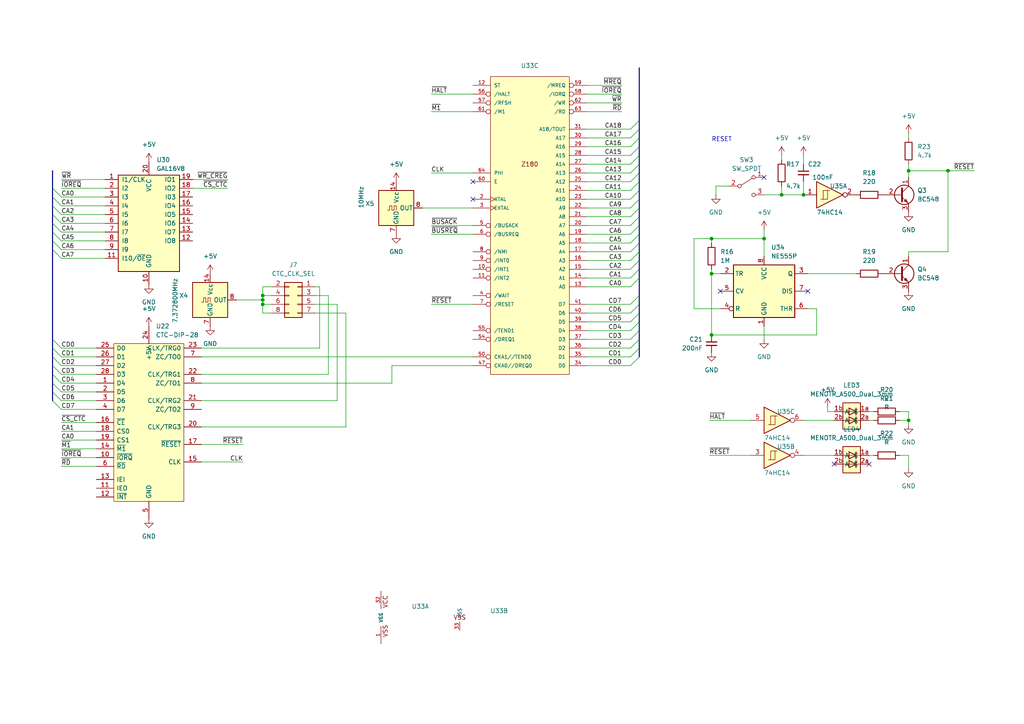
<source format=kicad_sch>
(kicad_sch (version 20230121) (generator eeschema)
  (paper "A4")
  (lib_symbols
    (symbol "74xx:74HC14" (pin_names (offset 1.016))
      (property "Reference" "U" (at 0 1.27 0))
      (property "Value" "74HC14" (at 0 -1.27 0))
      (symbol "74HC14_1_0"
        (pin input line (at -7.62 0 0) (length 3.81) (name "~") (number "1"))
        (pin output inverted (at 7.62 0 180) (length 3.81) (name "~") (number "2"))
      )
      (symbol "74HC14_2_0"
        (pin input line (at -7.62 0 0) (length 3.81) (name "~") (number "3"))
        (pin output inverted (at 7.62 0 180) (length 3.81) (name "~") (number "4"))
      )
      (symbol "74HC14_3_0"
        (pin input line (at -7.62 0 0) (length 3.81) (name "~") (number "5"))
        (pin output inverted (at 7.62 0 180) (length 3.81) (name "~") (number "6"))
      )
      (symbol "74HC14_4_0"
        (pin output inverted (at 7.62 0 180) (length 3.81) (name "~") (number "8"))
        (pin input line (at -7.62 0 0) (length 3.81) (name "~") (number "9"))
      )
      (symbol "74HC14_5_0"
        (pin output inverted (at 7.62 0 180) (length 3.81) (name "~") (number "10"))
        (pin input line (at -7.62 0 0) (length 3.81) (name "~") (number "11"))
      )
      (symbol "74HC14_6_0"
        (pin output inverted (at 7.62 0 180) (length 3.81) (name "~") (number "12"))
        (pin input line (at -7.62 0 0) (length 3.81) (name "~") (number "13"))
      )
      (symbol "74HC14_7_0"
        (pin power_in line (at 0 12.7 270) (length 5.08) (name "VCC") (number "14"))
        (pin power_in line (at 0 -12.7 90) (length 5.08) (name "GND") (number "7"))
      )
    )
    (symbol "Connector_Generic:Conn_02x04_Odd_Even" (pin_names (offset 1.016) hide)
      (property "Reference" "J" (at 1.27 5.08 0))
      (property "Value" "Conn_02x04_Odd_Even" (at 1.27 -7.62 0))
      (symbol "Conn_02x04_Odd_Even_1_1"
        (pin passive line (at -5.08 2.54 0) (length 3.81) (name "Pin_1") (number "1"))
        (pin passive line (at 7.62 2.54 180) (length 3.81) (name "Pin_2") (number "2"))
        (pin passive line (at -5.08 0 0) (length 3.81) (name "Pin_3") (number "3"))
        (pin passive line (at 7.62 0 180) (length 3.81) (name "Pin_4") (number "4"))
        (pin passive line (at -5.08 -2.54 0) (length 3.81) (name "Pin_5") (number "5"))
        (pin passive line (at 7.62 -2.54 180) (length 3.81) (name "Pin_6") (number "6"))
        (pin passive line (at -5.08 -5.08 0) (length 3.81) (name "Pin_7") (number "7"))
        (pin passive line (at 7.62 -5.08 180) (length 3.81) (name "Pin_8") (number "8"))
      )
    )
    (symbol "CustomSymbols:MENOTR_A500_Dual_3mm"
      (property "Reference" "LED?" (at 0 7.62 0))
      (property "Value" "MENOTR_A500_Dual_3mm" (at 0 5.08 0))
      (symbol "MENOTR_A500_Dual_3mm_1_1"
        (pin passive line (at 5.08 1.27 180) (length 2.54) (name "K") (number "1a"))
        (pin passive line (at -5.08 1.27 0) (length 2.54) (name "A") (number "1b"))
        (pin passive line (at 5.08 -1.27 180) (length 2.54) (name "K") (number "2a"))
        (pin passive line (at -5.08 -1.27 0) (length 2.54) (name "A") (number "2b"))
      )
    )
    (symbol "Device:C_Small" (pin_numbers hide) (pin_names (offset 0.254) hide)
      (property "Reference" "C" (at 0.254 1.778 0))
      (property "Value" "C_Small" (at 0.254 -2.032 0))
      (symbol "C_Small_1_1"
        (pin passive line (at 0 2.54 270) (length 2.032) (name "~") (number "1"))
        (pin passive line (at 0 -2.54 90) (length 2.032) (name "~") (number "2"))
      )
    )
    (symbol "Device:R" (pin_numbers hide) (pin_names (offset 0))
      (property "Reference" "R" (at 2.032 0 90))
      (property "Value" "R" (at 0 0 90))
      (symbol "R_1_1"
        (pin passive line (at 0 3.81 270) (length 1.27) (name "~") (number "1"))
        (pin passive line (at 0 -3.81 90) (length 1.27) (name "~") (number "2"))
      )
    )
    (symbol "Logic_Programmable:GAL16V8" (pin_names (offset 1.016))
      (property "Reference" "U" (at -8.89 16.51 0))
      (property "Value" "GAL16V8" (at 1.27 16.51 0))
      (symbol "GAL16V8_0_0"
        (pin power_in line (at 0 -17.78 90) (length 3.81) (name "GND") (number "10"))
        (pin power_in line (at 0 17.78 270) (length 3.81) (name "VCC") (number "20"))
      )
      (symbol "GAL16V8_1_1"
        (pin input line (at -12.7 12.7 0) (length 3.81) (name "I1/CLK") (number "1"))
        (pin input line (at -12.7 -10.16 0) (length 3.81) (name "I10/~{OE}") (number "11"))
        (pin tri_state line (at 12.7 -5.08 180) (length 3.81) (name "IO8") (number "12"))
        (pin tri_state line (at 12.7 -2.54 180) (length 3.81) (name "IO7") (number "13"))
        (pin tri_state line (at 12.7 0 180) (length 3.81) (name "IO6") (number "14"))
        (pin tri_state line (at 12.7 2.54 180) (length 3.81) (name "IO5") (number "15"))
        (pin tri_state line (at 12.7 5.08 180) (length 3.81) (name "IO4") (number "16"))
        (pin tri_state line (at 12.7 7.62 180) (length 3.81) (name "I03") (number "17"))
        (pin tri_state line (at 12.7 10.16 180) (length 3.81) (name "IO2") (number "18"))
        (pin tri_state line (at 12.7 12.7 180) (length 3.81) (name "IO1") (number "19"))
        (pin input line (at -12.7 10.16 0) (length 3.81) (name "I2") (number "2"))
        (pin input line (at -12.7 7.62 0) (length 3.81) (name "I3") (number "3"))
        (pin input line (at -12.7 5.08 0) (length 3.81) (name "I4") (number "4"))
        (pin input line (at -12.7 2.54 0) (length 3.81) (name "I5") (number "5"))
        (pin input line (at -12.7 0 0) (length 3.81) (name "I6") (number "6"))
        (pin input line (at -12.7 -2.54 0) (length 3.81) (name "I7") (number "7"))
        (pin input line (at -12.7 -5.08 0) (length 3.81) (name "I8") (number "8"))
        (pin input line (at -12.7 -7.62 0) (length 3.81) (name "I9") (number "9"))
      )
    )
    (symbol "Oscillator:ACO-xxxMHz" (pin_names (offset 0.254))
      (property "Reference" "X" (at -5.08 6.35 0))
      (property "Value" "ACO-xxxMHz" (at 1.27 -6.35 0))
      (symbol "ACO-xxxMHz_1_1"
        (pin no_connect line (at -7.62 0 0) (length 2.54) hide (name "NC") (number "1"))
        (pin power_in line (at 0 7.62 270) (length 2.54) (name "Vcc") (number "14"))
        (pin power_in line (at 0 -7.62 90) (length 2.54) (name "GND") (number "7"))
        (pin output line (at 7.62 0 180) (length 2.54) (name "OUT") (number "8"))
      )
    )
    (symbol "Switch:SW_SPDT" (pin_names (offset 0) hide)
      (property "Reference" "SW" (at 0 4.318 0))
      (property "Value" "SW_SPDT" (at 0 -5.08 0))
      (symbol "SW_SPDT_1_1"
        (pin passive line (at 5.08 2.54 180) (length 2.54) (name "A") (number "1"))
        (pin passive line (at -5.08 0 0) (length 2.54) (name "B") (number "2"))
        (pin passive line (at 5.08 -2.54 180) (length 2.54) (name "C") (number "3"))
      )
    )
    (symbol "Timer:NE555P"
      (property "Reference" "U" (at -10.16 8.89 0))
      (property "Value" "NE555P" (at 2.54 8.89 0))
      (symbol "NE555P_0_0"
        (pin power_in line (at 0 -10.16 90) (length 2.54) (name "GND") (number "1"))
        (pin power_in line (at 0 10.16 270) (length 2.54) (name "VCC") (number "8"))
      )
      (symbol "NE555P_1_1"
        (pin input line (at -12.7 5.08 0) (length 3.81) (name "TR") (number "2"))
        (pin output line (at 12.7 5.08 180) (length 3.81) (name "Q") (number "3"))
        (pin input inverted (at -12.7 -5.08 0) (length 3.81) (name "R") (number "4"))
        (pin input line (at -12.7 0 0) (length 3.81) (name "CV") (number "5"))
        (pin input line (at 12.7 -5.08 180) (length 3.81) (name "THR") (number "6"))
        (pin input line (at 12.7 0 180) (length 3.81) (name "DIS") (number "7"))
      )
    )
    (symbol "Transistor_BJT:BC548" (pin_names (offset 0) hide)
      (property "Reference" "Q" (at 5.08 1.905 0))
      (property "Value" "BC548" (at 5.08 0 0))
      (symbol "BC548_1_1"
        (pin passive line (at 2.54 5.08 270) (length 2.54) (name "C") (number "1"))
        (pin input line (at -5.08 0 0) (length 5.08) (name "B") (number "2"))
        (pin passive line (at 2.54 -5.08 90) (length 2.54) (name "E") (number "3"))
      )
    )
    (symbol "Z180_1" (pin_names (offset 1.016))
      (property "Reference" "U33" (at 11.43 3.175 0))
      (symbol "Z180_1_1_0"
        (text "VCC" (at 1.27 4.572 1) (effects (font (size 1.27 1.27))))
        (text "VSS" (at 1.27 -3.937 1) (effects (font (size 1.27 1.27))))
      )
      (symbol "Z180_1_1_1"
        (pin power_in line (at 0 -7.62 90) (length 5.08) (name "VSS") (number "1"))
        (pin power_in line (at 0 7.62 270) (length 5.08) (name "VCC") (number "32"))
      )
      (symbol "Z180_1_2_0"
        (text "VSS" (at 0 1.27 0) (effects (font (size 1.27 1.27))))
      )
      (symbol "Z180_1_2_1"
        (pin power_in line (at 0 -2.54 90) (length 2.54) (name "VSS") (number "33"))
      )
      (symbol "Z180_1_3_0"
        (text "Z180" (at 11.43 -25.4 0) (effects (font (size 1.27 1.27))))
      )
      (symbol "Z180_1_3_1"
        (pin input inverted (at -5.08 -55.88 0) (length 5.08) (name "/INT1") (number "10"))
        (pin input inverted (at -5.08 -58.42 0) (length 5.08) (name "/INT2") (number "11"))
        (pin output line (at -5.08 -2.54 0) (length 5.08) (name "ST") (number "12"))
        (pin output line (at 27.94 -60.96 180) (length 5.08) (name "A0") (number "13"))
        (pin output line (at 27.94 -58.42 180) (length 5.08) (name "A1") (number "14"))
        (pin output line (at 27.94 -55.88 180) (length 5.08) (name "A2") (number "15"))
        (pin output line (at 27.94 -53.34 180) (length 5.08) (name "A3") (number "16"))
        (pin output line (at 27.94 -50.8 180) (length 5.08) (name "A4") (number "17"))
        (pin output line (at 27.94 -48.26 180) (length 5.08) (name "A5") (number "18"))
        (pin output line (at 27.94 -45.72 180) (length 5.08) (name "A6") (number "19"))
        (pin input clock (at -5.08 -35.56 0) (length 5.08) (name "XTAL") (number "2"))
        (pin output line (at 27.94 -43.18 180) (length 5.08) (name "A7") (number "20"))
        (pin output line (at 27.94 -40.64 180) (length 5.08) (name "A8") (number "21"))
        (pin output line (at 27.94 -38.1 180) (length 5.08) (name "A9") (number "22"))
        (pin output line (at 27.94 -35.56 180) (length 5.08) (name "A10") (number "23"))
        (pin output line (at 27.94 -33.02 180) (length 5.08) (name "A11") (number "24"))
        (pin output line (at 27.94 -30.48 180) (length 5.08) (name "A12") (number "25"))
        (pin output line (at 27.94 -27.94 180) (length 5.08) (name "A13") (number "26"))
        (pin output line (at 27.94 -25.4 180) (length 5.08) (name "A14") (number "27"))
        (pin output line (at 27.94 -22.86 180) (length 5.08) (name "A15") (number "28"))
        (pin output line (at 27.94 -20.32 180) (length 5.08) (name "A16") (number "29"))
        (pin input clock (at -5.08 -38.1 0) (length 5.08) (name "EXTAL") (number "3"))
        (pin output line (at 27.94 -17.78 180) (length 5.08) (name "A17") (number "30"))
        (pin output line (at 27.94 -15.24 180) (length 5.08) (name "A18/TOUT") (number "31"))
        (pin bidirectional line (at 27.94 -83.82 180) (length 5.08) (name "D0") (number "34"))
        (pin bidirectional line (at 27.94 -81.28 180) (length 5.08) (name "D1") (number "35"))
        (pin bidirectional line (at 27.94 -78.74 180) (length 5.08) (name "D2") (number "36"))
        (pin bidirectional line (at 27.94 -76.2 180) (length 5.08) (name "D3") (number "37"))
        (pin bidirectional line (at 27.94 -73.66 180) (length 5.08) (name "D4") (number "38"))
        (pin bidirectional line (at 27.94 -71.12 180) (length 5.08) (name "D5") (number "39"))
        (pin input inverted (at -5.08 -63.5 0) (length 5.08) (name "/WAIT") (number "4"))
        (pin bidirectional line (at 27.94 -68.58 180) (length 5.08) (name "D6") (number "40"))
        (pin bidirectional line (at 27.94 -66.04 180) (length 5.08) (name "D7") (number "41"))
        (pin bidirectional inverted (at -5.08 -83.82 0) (length 5.08) (name "CKA0//DREQ0") (number "47"))
        (pin output inverted (at -5.08 -43.18 0) (length 5.08) (name "/BUSACK") (number "5"))
        (pin bidirectional inverted (at -5.08 -81.28 0) (length 5.08) (name "CKA1//TEND0") (number "50"))
        (pin input inverted (at -5.08 -76.2 0) (length 5.08) (name "/DREQ1") (number "54"))
        (pin output inverted (at -5.08 -73.66 0) (length 5.08) (name "/TEND1") (number "55"))
        (pin output inverted (at -5.08 -5.08 0) (length 5.08) (name "/HALT") (number "56"))
        (pin output inverted (at -5.08 -7.62 0) (length 5.08) (name "/RFSH") (number "57"))
        (pin output inverted (at 27.94 -5.08 180) (length 5.08) (name "/IORQ") (number "58"))
        (pin output inverted (at 27.94 -2.54 180) (length 5.08) (name "/MREQ") (number "59"))
        (pin input inverted (at -5.08 -45.72 0) (length 5.08) (name "/BUSREQ") (number "6"))
        (pin output line (at -5.08 -30.48 0) (length 5.08) (name "E") (number "60"))
        (pin output inverted (at -5.08 -10.16 0) (length 5.08) (name "/M1") (number "61"))
        (pin output inverted (at 27.94 -7.62 180) (length 5.08) (name "/WR") (number "62"))
        (pin output inverted (at 27.94 -10.16 180) (length 5.08) (name "/RD") (number "63"))
        (pin output line (at -5.08 -27.94 0) (length 5.08) (name "PHI") (number "64"))
        (pin input inverted (at -5.08 -66.04 0) (length 5.08) (name "/RESET") (number "7"))
        (pin input inverted (at -5.08 -50.8 0) (length 5.08) (name "/NMI") (number "8"))
        (pin input inverted (at -5.08 -53.34 0) (length 5.08) (name "/INT0") (number "9"))
      )
      (symbol "Z180_1_4_1"
        (pin output inverted (at 20.32 -5.08 180) (length 5.08) (name "/RTS0") (number "42"))
        (pin input inverted (at 20.32 -7.62 180) (length 5.08) (name "/CTS0") (number "43"))
        (pin input inverted (at 20.32 -2.54 180) (length 5.08) (name "/DCD0") (number "44"))
        (pin output line (at 20.32 -12.7 180) (length 5.08) (name "TXA0") (number "45"))
        (pin input line (at 20.32 -10.16 180) (length 5.08) (name "RXA0") (number "46"))
        (pin output line (at 20.32 -20.32 180) (length 5.08) (name "TXA1") (number "48"))
        (pin input line (at 20.32 -17.78 180) (length 5.08) (name "RXA1") (number "49"))
        (pin output line (at 20.32 -27.94 180) (length 5.08) (name "TXS") (number "51"))
        (pin input line (at 20.32 -30.48 180) (length 5.08) (name "RXS/CTS1") (number "52"))
        (pin output line (at 20.32 -25.4 180) (length 5.08) (name "CKS") (number "53"))
      )
    )
    (symbol "Z180_3" (pin_names (offset 1.016))
      (property "Reference" "U33" (at 11.43 3.175 0))
      (symbol "Z180_3_1_0"
        (text "VCC" (at 1.27 4.572 1) (effects (font (size 1.27 1.27))))
        (text "VSS" (at 1.27 -3.937 1) (effects (font (size 1.27 1.27))))
      )
      (symbol "Z180_3_1_1"
        (pin power_in line (at 0 -7.62 90) (length 5.08) (name "VSS") (number "1"))
        (pin power_in line (at 0 7.62 270) (length 5.08) (name "VCC") (number "32"))
      )
      (symbol "Z180_3_2_0"
        (text "VSS" (at 0 1.27 0) (effects (font (size 1.27 1.27))))
      )
      (symbol "Z180_3_2_1"
        (pin power_in line (at 0 -2.54 90) (length 2.54) (name "VSS") (number "33"))
      )
      (symbol "Z180_3_3_0"
        (text "Z180" (at 11.43 -25.4 0) (effects (font (size 1.27 1.27))))
      )
      (symbol "Z180_3_3_1"
        (pin input inverted (at -5.08 -55.88 0) (length 5.08) (name "/INT1") (number "10"))
        (pin input inverted (at -5.08 -58.42 0) (length 5.08) (name "/INT2") (number "11"))
        (pin output line (at -5.08 -2.54 0) (length 5.08) (name "ST") (number "12"))
        (pin output line (at 27.94 -60.96 180) (length 5.08) (name "A0") (number "13"))
        (pin output line (at 27.94 -58.42 180) (length 5.08) (name "A1") (number "14"))
        (pin output line (at 27.94 -55.88 180) (length 5.08) (name "A2") (number "15"))
        (pin output line (at 27.94 -53.34 180) (length 5.08) (name "A3") (number "16"))
        (pin output line (at 27.94 -50.8 180) (length 5.08) (name "A4") (number "17"))
        (pin output line (at 27.94 -48.26 180) (length 5.08) (name "A5") (number "18"))
        (pin output line (at 27.94 -45.72 180) (length 5.08) (name "A6") (number "19"))
        (pin input clock (at -5.08 -35.56 0) (length 5.08) (name "XTAL") (number "2"))
        (pin output line (at 27.94 -43.18 180) (length 5.08) (name "A7") (number "20"))
        (pin output line (at 27.94 -40.64 180) (length 5.08) (name "A8") (number "21"))
        (pin output line (at 27.94 -38.1 180) (length 5.08) (name "A9") (number "22"))
        (pin output line (at 27.94 -35.56 180) (length 5.08) (name "A10") (number "23"))
        (pin output line (at 27.94 -33.02 180) (length 5.08) (name "A11") (number "24"))
        (pin output line (at 27.94 -30.48 180) (length 5.08) (name "A12") (number "25"))
        (pin output line (at 27.94 -27.94 180) (length 5.08) (name "A13") (number "26"))
        (pin output line (at 27.94 -25.4 180) (length 5.08) (name "A14") (number "27"))
        (pin output line (at 27.94 -22.86 180) (length 5.08) (name "A15") (number "28"))
        (pin output line (at 27.94 -20.32 180) (length 5.08) (name "A16") (number "29"))
        (pin input clock (at -5.08 -38.1 0) (length 5.08) (name "EXTAL") (number "3"))
        (pin output line (at 27.94 -17.78 180) (length 5.08) (name "A17") (number "30"))
        (pin output line (at 27.94 -15.24 180) (length 5.08) (name "A18/TOUT") (number "31"))
        (pin bidirectional line (at 27.94 -83.82 180) (length 5.08) (name "D0") (number "34"))
        (pin bidirectional line (at 27.94 -81.28 180) (length 5.08) (name "D1") (number "35"))
        (pin bidirectional line (at 27.94 -78.74 180) (length 5.08) (name "D2") (number "36"))
        (pin bidirectional line (at 27.94 -76.2 180) (length 5.08) (name "D3") (number "37"))
        (pin bidirectional line (at 27.94 -73.66 180) (length 5.08) (name "D4") (number "38"))
        (pin bidirectional line (at 27.94 -71.12 180) (length 5.08) (name "D5") (number "39"))
        (pin input inverted (at -5.08 -63.5 0) (length 5.08) (name "/WAIT") (number "4"))
        (pin bidirectional line (at 27.94 -68.58 180) (length 5.08) (name "D6") (number "40"))
        (pin bidirectional line (at 27.94 -66.04 180) (length 5.08) (name "D7") (number "41"))
        (pin bidirectional inverted (at -5.08 -83.82 0) (length 5.08) (name "CKA0//DREQ0") (number "47"))
        (pin output inverted (at -5.08 -43.18 0) (length 5.08) (name "/BUSACK") (number "5"))
        (pin bidirectional inverted (at -5.08 -81.28 0) (length 5.08) (name "CKA1//TEND0") (number "50"))
        (pin input inverted (at -5.08 -76.2 0) (length 5.08) (name "/DREQ1") (number "54"))
        (pin output inverted (at -5.08 -73.66 0) (length 5.08) (name "/TEND1") (number "55"))
        (pin output inverted (at -5.08 -5.08 0) (length 5.08) (name "/HALT") (number "56"))
        (pin output inverted (at -5.08 -7.62 0) (length 5.08) (name "/RFSH") (number "57"))
        (pin output inverted (at 27.94 -5.08 180) (length 5.08) (name "/IORQ") (number "58"))
        (pin output inverted (at 27.94 -2.54 180) (length 5.08) (name "/MREQ") (number "59"))
        (pin input inverted (at -5.08 -45.72 0) (length 5.08) (name "/BUSREQ") (number "6"))
        (pin output line (at -5.08 -30.48 0) (length 5.08) (name "E") (number "60"))
        (pin output inverted (at -5.08 -10.16 0) (length 5.08) (name "/M1") (number "61"))
        (pin output inverted (at 27.94 -7.62 180) (length 5.08) (name "/WR") (number "62"))
        (pin output inverted (at 27.94 -10.16 180) (length 5.08) (name "/RD") (number "63"))
        (pin output line (at -5.08 -27.94 0) (length 5.08) (name "PHI") (number "64"))
        (pin input inverted (at -5.08 -66.04 0) (length 5.08) (name "/RESET") (number "7"))
        (pin input inverted (at -5.08 -50.8 0) (length 5.08) (name "/NMI") (number "8"))
        (pin input inverted (at -5.08 -53.34 0) (length 5.08) (name "/INT0") (number "9"))
      )
      (symbol "Z180_3_4_1"
        (pin output inverted (at 20.32 -5.08 180) (length 5.08) (name "/RTS0") (number "42"))
        (pin input inverted (at 20.32 -7.62 180) (length 5.08) (name "/CTS0") (number "43"))
        (pin input inverted (at 20.32 -2.54 180) (length 5.08) (name "/DCD0") (number "44"))
        (pin output line (at 20.32 -12.7 180) (length 5.08) (name "TXA0") (number "45"))
        (pin input line (at 20.32 -10.16 180) (length 5.08) (name "RXA0") (number "46"))
        (pin output line (at 20.32 -20.32 180) (length 5.08) (name "TXA1") (number "48"))
        (pin input line (at 20.32 -17.78 180) (length 5.08) (name "RXA1") (number "49"))
        (pin output line (at 20.32 -27.94 180) (length 5.08) (name "TXS") (number "51"))
        (pin input line (at 20.32 -30.48 180) (length 5.08) (name "RXS/CTS1") (number "52"))
        (pin output line (at 20.32 -25.4 180) (length 5.08) (name "CKS") (number "53"))
      )
    )
    (symbol "Zilog_Z80_Peripherals:CTC-DIP-28" (pin_names (offset 0.762))
      (property "Reference" "IC" (at 0 2.54 0))
      (property "Value" "CTC-DIP-28" (at 12.7 1.27 0))
      (symbol "CTC-DIP-28_0_0"
        (pin bidirectional line (at -5.08 -11.43 0) (length 5.08) (name "D4") (number "1"))
        (pin input line (at -5.08 -33.02 0) (length 5.08) (name "~{IORQ}") (number "10"))
        (pin output line (at -5.08 -41.91 0) (length 5.08) (name "IEO") (number "11"))
        (pin open_collector line (at -5.08 -44.45 0) (length 5.08) (name "~{INT}") (number "12"))
        (pin input line (at -5.08 -39.37 0) (length 5.08) (name "IEI") (number "13"))
        (pin input line (at -5.08 -30.48 0) (length 5.08) (name "~{M1}") (number "14"))
        (pin input line (at 25.4 -34.29 180) (length 5.08) (name "CLK") (number "15"))
        (pin input line (at -5.08 -22.86 0) (length 5.08) (name "~{CE}") (number "16"))
        (pin input line (at 25.4 -29.21 180) (length 5.08) (name "~{RESET}") (number "17"))
        (pin input line (at -5.08 -25.4 0) (length 5.08) (name "CS0") (number "18"))
        (pin input line (at -5.08 -27.94 0) (length 5.08) (name "CS1") (number "19"))
        (pin bidirectional line (at -5.08 -13.97 0) (length 5.08) (name "D5") (number "2"))
        (pin input line (at 25.4 -24.13 180) (length 5.08) (name "CLK/TRG3") (number "20"))
        (pin input line (at 25.4 -16.51 180) (length 5.08) (name "CLK/TRG2") (number "21"))
        (pin input line (at 25.4 -8.89 180) (length 5.08) (name "CLK/TRG1") (number "22"))
        (pin input line (at 25.4 -1.27 180) (length 5.08) (name "CLK/TRG0") (number "23"))
        (pin power_in line (at 10.16 5.08 270) (length 5.08) (name "+5V") (number "24"))
        (pin bidirectional line (at -5.08 -1.27 0) (length 5.08) (name "D0") (number "25"))
        (pin bidirectional line (at -5.08 -3.81 0) (length 5.08) (name "D1") (number "26"))
        (pin bidirectional line (at -5.08 -6.35 0) (length 5.08) (name "D2") (number "27"))
        (pin bidirectional line (at -5.08 -8.89 0) (length 5.08) (name "D3") (number "28"))
        (pin bidirectional line (at -5.08 -16.51 0) (length 5.08) (name "D6") (number "3"))
        (pin bidirectional line (at -5.08 -19.05 0) (length 5.08) (name "D7") (number "4"))
        (pin power_in line (at 10.16 -50.8 90) (length 5.08) (name "GND") (number "5"))
        (pin input line (at -5.08 -35.56 0) (length 5.08) (name "~{RD}") (number "6"))
        (pin output line (at 25.4 -3.81 180) (length 5.08) (name "ZC/TO0") (number "7"))
        (pin output line (at 25.4 -11.43 180) (length 5.08) (name "ZC/TO1") (number "8"))
        (pin output line (at 25.4 -19.05 180) (length 5.08) (name "ZC/TO2") (number "9"))
      )
    )
    (symbol "oldchips:Z180" (pin_names (offset 1.016))
      (property "Reference" "U33" (at 11.43 3.175 0))
      (symbol "Z180_1_0"
        (text "VCC" (at 1.27 4.572 1) (effects (font (size 1.27 1.27))))
        (text "VSS" (at 1.27 -3.937 1) (effects (font (size 1.27 1.27))))
      )
      (symbol "Z180_1_1"
        (pin power_in line (at 0 -7.62 90) (length 5.08) (name "VSS") (number "1"))
        (pin power_in line (at 0 7.62 270) (length 5.08) (name "VCC") (number "32"))
      )
      (symbol "Z180_2_0"
        (text "VSS" (at 0 1.27 0) (effects (font (size 1.27 1.27))))
      )
      (symbol "Z180_2_1"
        (pin power_in line (at 0 -2.54 90) (length 2.54) (name "VSS") (number "33"))
      )
      (symbol "Z180_3_0"
        (text "Z180" (at 11.43 -25.4 0) (effects (font (size 1.27 1.27))))
      )
      (symbol "Z180_3_1"
        (pin input inverted (at -5.08 -55.88 0) (length 5.08) (name "/INT1") (number "10"))
        (pin input inverted (at -5.08 -58.42 0) (length 5.08) (name "/INT2") (number "11"))
        (pin output line (at -5.08 -2.54 0) (length 5.08) (name "ST") (number "12"))
        (pin output line (at 27.94 -60.96 180) (length 5.08) (name "A0") (number "13"))
        (pin output line (at 27.94 -58.42 180) (length 5.08) (name "A1") (number "14"))
        (pin output line (at 27.94 -55.88 180) (length 5.08) (name "A2") (number "15"))
        (pin output line (at 27.94 -53.34 180) (length 5.08) (name "A3") (number "16"))
        (pin output line (at 27.94 -50.8 180) (length 5.08) (name "A4") (number "17"))
        (pin output line (at 27.94 -48.26 180) (length 5.08) (name "A5") (number "18"))
        (pin output line (at 27.94 -45.72 180) (length 5.08) (name "A6") (number "19"))
        (pin input clock (at -5.08 -35.56 0) (length 5.08) (name "XTAL") (number "2"))
        (pin output line (at 27.94 -43.18 180) (length 5.08) (name "A7") (number "20"))
        (pin output line (at 27.94 -40.64 180) (length 5.08) (name "A8") (number "21"))
        (pin output line (at 27.94 -38.1 180) (length 5.08) (name "A9") (number "22"))
        (pin output line (at 27.94 -35.56 180) (length 5.08) (name "A10") (number "23"))
        (pin output line (at 27.94 -33.02 180) (length 5.08) (name "A11") (number "24"))
        (pin output line (at 27.94 -30.48 180) (length 5.08) (name "A12") (number "25"))
        (pin output line (at 27.94 -27.94 180) (length 5.08) (name "A13") (number "26"))
        (pin output line (at 27.94 -25.4 180) (length 5.08) (name "A14") (number "27"))
        (pin output line (at 27.94 -22.86 180) (length 5.08) (name "A15") (number "28"))
        (pin output line (at 27.94 -20.32 180) (length 5.08) (name "A16") (number "29"))
        (pin input clock (at -5.08 -38.1 0) (length 5.08) (name "EXTAL") (number "3"))
        (pin output line (at 27.94 -17.78 180) (length 5.08) (name "A17") (number "30"))
        (pin output line (at 27.94 -15.24 180) (length 5.08) (name "A18/TOUT") (number "31"))
        (pin bidirectional line (at 27.94 -83.82 180) (length 5.08) (name "D0") (number "34"))
        (pin bidirectional line (at 27.94 -81.28 180) (length 5.08) (name "D1") (number "35"))
        (pin bidirectional line (at 27.94 -78.74 180) (length 5.08) (name "D2") (number "36"))
        (pin bidirectional line (at 27.94 -76.2 180) (length 5.08) (name "D3") (number "37"))
        (pin bidirectional line (at 27.94 -73.66 180) (length 5.08) (name "D4") (number "38"))
        (pin bidirectional line (at 27.94 -71.12 180) (length 5.08) (name "D5") (number "39"))
        (pin input inverted (at -5.08 -63.5 0) (length 5.08) (name "/WAIT") (number "4"))
        (pin bidirectional line (at 27.94 -68.58 180) (length 5.08) (name "D6") (number "40"))
        (pin bidirectional line (at 27.94 -66.04 180) (length 5.08) (name "D7") (number "41"))
        (pin bidirectional inverted (at -5.08 -83.82 0) (length 5.08) (name "CKA0//DREQ0") (number "47"))
        (pin output inverted (at -5.08 -43.18 0) (length 5.08) (name "/BUSACK") (number "5"))
        (pin bidirectional inverted (at -5.08 -81.28 0) (length 5.08) (name "CKA1//TEND0") (number "50"))
        (pin input inverted (at -5.08 -76.2 0) (length 5.08) (name "/DREQ1") (number "54"))
        (pin output inverted (at -5.08 -73.66 0) (length 5.08) (name "/TEND1") (number "55"))
        (pin output inverted (at -5.08 -5.08 0) (length 5.08) (name "/HALT") (number "56"))
        (pin output inverted (at -5.08 -7.62 0) (length 5.08) (name "/RFSH") (number "57"))
        (pin output inverted (at 27.94 -5.08 180) (length 5.08) (name "/IORQ") (number "58"))
        (pin output inverted (at 27.94 -2.54 180) (length 5.08) (name "/MREQ") (number "59"))
        (pin input inverted (at -5.08 -45.72 0) (length 5.08) (name "/BUSREQ") (number "6"))
        (pin output line (at -5.08 -30.48 0) (length 5.08) (name "E") (number "60"))
        (pin output inverted (at -5.08 -10.16 0) (length 5.08) (name "/M1") (number "61"))
        (pin output inverted (at 27.94 -7.62 180) (length 5.08) (name "/WR") (number "62"))
        (pin output inverted (at 27.94 -10.16 180) (length 5.08) (name "/RD") (number "63"))
        (pin output line (at -5.08 -27.94 0) (length 5.08) (name "PHI") (number "64"))
        (pin input inverted (at -5.08 -66.04 0) (length 5.08) (name "/RESET") (number "7"))
        (pin input inverted (at -5.08 -50.8 0) (length 5.08) (name "/NMI") (number "8"))
        (pin input inverted (at -5.08 -53.34 0) (length 5.08) (name "/INT0") (number "9"))
      )
      (symbol "Z180_4_1"
        (pin output inverted (at 20.32 -5.08 180) (length 5.08) (name "/RTS0") (number "42"))
        (pin input inverted (at 20.32 -7.62 180) (length 5.08) (name "/CTS0") (number "43"))
        (pin input inverted (at 20.32 -2.54 180) (length 5.08) (name "/DCD0") (number "44"))
        (pin output line (at 20.32 -12.7 180) (length 5.08) (name "TXA0") (number "45"))
        (pin input line (at 20.32 -10.16 180) (length 5.08) (name "RXA0") (number "46"))
        (pin output line (at 20.32 -20.32 180) (length 5.08) (name "TXA1") (number "48"))
        (pin input line (at 20.32 -17.78 180) (length 5.08) (name "RXA1") (number "49"))
        (pin output line (at 20.32 -27.94 180) (length 5.08) (name "TXS") (number "51"))
        (pin input line (at 20.32 -30.48 180) (length 5.08) (name "RXS/CTS1") (number "52"))
        (pin output line (at 20.32 -25.4 180) (length 5.08) (name "CKS") (number "53"))
      )
    )
    (symbol "power:+5V" (power) (pin_names (offset 0))
      (property "Value" "+5V" (at 0 3.556 0))
      (symbol "+5V_1_1"
        (pin power_in line (at 0 0 90) (length 0) hide (name "+5V") (number "1"))
      )
    )
    (symbol "power:GND" (power) (pin_names (offset 0))
      (property "Value" "GND" (at 0 -3.81 0))
      (symbol "GND_1_1"
        (pin power_in line (at 0 0 270) (length 0) hide (name "GND") (number "1"))
      )
    )
  )
  (junction (at 263.525 121.92))
  (junction (at 221.615 69.215))
  (junction (at 263.525 49.53))
  (junction (at 206.375 69.215))
  (junction (at 206.375 97.155))
  (junction (at 274.955 49.53))
  (junction (at 76.2 86.995))
  (junction (at 206.375 79.375))
  (junction (at 76.2 85.725))
  (junction (at 233.045 56.515))
  (junction (at 226.695 56.515))
  (junction (at 76.2 88.265))
  (no_connect (at 208.915 84.455))
  (no_connect (at 252.095 134.62))
  (no_connect (at 221.615 51.435))
  (no_connect (at 137.16 57.785))
  (no_connect (at 234.315 84.455))
  (no_connect (at 241.935 134.62))
  (no_connect (at 137.16 52.705))
  (bus_entry (at 182.88 75.565) (size 2.54 -2.54))
  (bus_entry (at 182.88 70.485) (size 2.54 -2.54))
  (bus_entry (at 182.88 98.425) (size 2.54 -2.54))
  (bus_entry (at 182.88 80.645) (size 2.54 -2.54))
  (bus_entry (at 17.78 69.85) (size -2.54 -2.54))
  (bus_entry (at 182.88 106.045) (size 2.54 -2.54))
  (bus_entry (at 182.88 93.345) (size 2.54 -2.54))
  (bus_entry (at 182.88 42.545) (size 2.54 -2.54))
  (bus_entry (at 182.88 55.245) (size 2.54 -2.54))
  (bus_entry (at 17.78 100.965) (size -2.54 -2.54))
  (bus_entry (at 182.88 47.625) (size 2.54 -2.54))
  (bus_entry (at 17.78 72.39) (size -2.54 -2.54))
  (bus_entry (at 182.88 78.105) (size 2.54 -2.54))
  (bus_entry (at 182.88 50.165) (size 2.54 -2.54))
  (bus_entry (at 17.78 74.93) (size -2.54 -2.54))
  (bus_entry (at 17.78 64.77) (size -2.54 -2.54))
  (bus_entry (at 17.78 113.665) (size -2.54 -2.54))
  (bus_entry (at 182.88 83.185) (size 2.54 -2.54))
  (bus_entry (at 182.88 73.025) (size 2.54 -2.54))
  (bus_entry (at 17.78 67.31) (size -2.54 -2.54))
  (bus_entry (at 182.88 95.885) (size 2.54 -2.54))
  (bus_entry (at 182.88 45.085) (size 2.54 -2.54))
  (bus_entry (at 17.78 118.745) (size -2.54 -2.54))
  (bus_entry (at 182.88 90.805) (size 2.54 -2.54))
  (bus_entry (at 17.78 116.205) (size -2.54 -2.54))
  (bus_entry (at 182.88 40.005) (size 2.54 -2.54))
  (bus_entry (at 17.78 103.505) (size -2.54 -2.54))
  (bus_entry (at 182.88 88.265) (size 2.54 -2.54))
  (bus_entry (at 182.88 62.865) (size 2.54 -2.54))
  (bus_entry (at 182.88 52.705) (size 2.54 -2.54))
  (bus_entry (at 182.88 100.965) (size 2.54 -2.54))
  (bus_entry (at 17.78 57.15) (size -2.54 -2.54))
  (bus_entry (at 182.88 37.465) (size 2.54 -2.54))
  (bus_entry (at 17.78 62.23) (size -2.54 -2.54))
  (bus_entry (at 182.88 57.785) (size 2.54 -2.54))
  (bus_entry (at 182.88 67.945) (size 2.54 -2.54))
  (bus_entry (at 17.78 108.585) (size -2.54 -2.54))
  (bus_entry (at 17.78 106.045) (size -2.54 -2.54))
  (bus_entry (at 182.88 65.405) (size 2.54 -2.54))
  (bus_entry (at 182.88 60.325) (size 2.54 -2.54))
  (bus_entry (at 17.78 111.125) (size -2.54 -2.54))
  (bus_entry (at 17.78 59.69) (size -2.54 -2.54))
  (bus_entry (at 182.88 103.505) (size 2.54 -2.54))
  (wire (pts (xy 240.03 118.11) (xy 240.03 119.38)))
  (wire (pts (xy 252.095 132.08) (xy 253.365 132.08)))
  (bus (pts (xy 185.42 62.865) (xy 185.42 65.405)))
  (wire (pts (xy 17.78 113.665) (xy 27.94 113.665)))
  (bus (pts (xy 185.42 52.705) (xy 185.42 55.245)))
  (wire (pts (xy 263.525 47.625) (xy 263.525 49.53)))
  (wire (pts (xy 125.095 32.385) (xy 137.16 32.385)))
  (wire (pts (xy 207.645 53.975) (xy 211.455 53.975)))
  (bus (pts (xy 15.24 113.665) (xy 15.24 116.205)))
  (wire (pts (xy 78.74 88.265) (xy 76.2 88.265)))
  (wire (pts (xy 236.855 97.155) (xy 236.855 89.535)))
  (wire (pts (xy 17.78 67.31) (xy 30.48 67.31)))
  (wire (pts (xy 17.78 118.745) (xy 27.94 118.745)))
  (bus (pts (xy 185.42 37.465) (xy 185.42 40.005)))
  (wire (pts (xy 113.665 111.125) (xy 113.665 106.045)))
  (wire (pts (xy 170.18 40.005) (xy 182.88 40.005)))
  (bus (pts (xy 185.42 60.325) (xy 185.42 62.865)))
  (wire (pts (xy 170.18 62.865) (xy 182.88 62.865)))
  (wire (pts (xy 182.88 95.885) (xy 170.18 95.885)))
  (wire (pts (xy 76.2 83.185) (xy 78.74 83.185)))
  (wire (pts (xy 76.2 86.995) (xy 76.2 85.725)))
  (wire (pts (xy 233.045 121.92) (xy 241.935 121.92)))
  (wire (pts (xy 206.375 69.215) (xy 206.375 70.485)))
  (wire (pts (xy 100.33 90.805) (xy 100.33 123.825)))
  (wire (pts (xy 263.525 49.53) (xy 263.525 51.435)))
  (wire (pts (xy 274.955 73.025) (xy 274.955 49.53)))
  (wire (pts (xy 260.985 132.08) (xy 263.525 132.08)))
  (wire (pts (xy 206.375 79.375) (xy 208.915 79.375)))
  (wire (pts (xy 182.88 45.085) (xy 170.18 45.085)))
  (wire (pts (xy 182.88 98.425) (xy 170.18 98.425)))
  (bus (pts (xy 15.24 67.31) (xy 15.24 69.85)))
  (wire (pts (xy 182.88 83.185) (xy 170.18 83.185)))
  (wire (pts (xy 252.095 121.92) (xy 253.365 121.92)))
  (wire (pts (xy 17.78 57.15) (xy 30.48 57.15)))
  (wire (pts (xy 17.78 72.39) (xy 30.48 72.39)))
  (wire (pts (xy 274.955 49.53) (xy 282.575 49.53)))
  (bus (pts (xy 185.42 50.165) (xy 185.42 52.705)))
  (bus (pts (xy 15.24 106.045) (xy 15.24 108.585)))
  (wire (pts (xy 17.78 135.255) (xy 27.94 135.255)))
  (wire (pts (xy 182.88 73.025) (xy 170.18 73.025)))
  (wire (pts (xy 205.74 132.08) (xy 217.805 132.08)))
  (bus (pts (xy 185.42 40.005) (xy 185.42 42.545)))
  (wire (pts (xy 182.88 55.245) (xy 170.18 55.245)))
  (wire (pts (xy 180.34 27.305) (xy 170.18 27.305)))
  (wire (pts (xy 180.34 24.765) (xy 170.18 24.765)))
  (wire (pts (xy 252.095 119.38) (xy 253.365 119.38)))
  (wire (pts (xy 17.78 127.635) (xy 27.94 127.635)))
  (bus (pts (xy 15.24 49.53) (xy 15.24 54.61)))
  (bus (pts (xy 185.42 90.805) (xy 185.42 93.345)))
  (bus (pts (xy 185.42 80.645) (xy 185.42 85.725)))
  (bus (pts (xy 15.24 72.39) (xy 15.24 98.425)))
  (wire (pts (xy 182.88 37.465) (xy 170.18 37.465)))
  (wire (pts (xy 170.18 50.165) (xy 182.88 50.165)))
  (wire (pts (xy 208.915 89.535) (xy 201.295 89.535)))
  (wire (pts (xy 206.375 79.375) (xy 206.375 97.155)))
  (wire (pts (xy 17.78 125.095) (xy 27.94 125.095)))
  (wire (pts (xy 182.88 42.545) (xy 170.18 42.545)))
  (wire (pts (xy 91.44 85.725) (xy 95.25 85.725)))
  (bus (pts (xy 185.42 75.565) (xy 185.42 78.105)))
  (wire (pts (xy 17.78 132.715) (xy 27.94 132.715)))
  (bus (pts (xy 15.24 64.77) (xy 15.24 67.31)))
  (wire (pts (xy 17.78 54.61) (xy 30.48 54.61)))
  (bus (pts (xy 185.42 45.085) (xy 185.42 47.625)))
  (bus (pts (xy 185.42 67.945) (xy 185.42 70.485)))
  (wire (pts (xy 182.88 100.965) (xy 170.18 100.965)))
  (wire (pts (xy 17.78 130.175) (xy 27.94 130.175)))
  (wire (pts (xy 68.58 86.995) (xy 76.2 86.995)))
  (wire (pts (xy 17.78 64.77) (xy 30.48 64.77)))
  (wire (pts (xy 206.375 78.105) (xy 206.375 79.375)))
  (wire (pts (xy 170.18 90.805) (xy 182.88 90.805)))
  (wire (pts (xy 226.695 56.515) (xy 233.045 56.515)))
  (wire (pts (xy 125.095 50.165) (xy 137.16 50.165)))
  (bus (pts (xy 15.24 100.965) (xy 15.24 103.505)))
  (wire (pts (xy 78.74 90.805) (xy 76.2 90.805)))
  (wire (pts (xy 91.44 90.805) (xy 100.33 90.805)))
  (wire (pts (xy 17.78 59.69) (xy 30.48 59.69)))
  (wire (pts (xy 113.665 106.045) (xy 137.16 106.045)))
  (wire (pts (xy 17.78 74.93) (xy 30.48 74.93)))
  (wire (pts (xy 100.33 123.825) (xy 58.42 123.825)))
  (wire (pts (xy 201.295 89.535) (xy 201.295 69.215)))
  (wire (pts (xy 170.18 88.265) (xy 182.88 88.265)))
  (wire (pts (xy 76.2 90.805) (xy 76.2 88.265)))
  (wire (pts (xy 263.525 73.025) (xy 263.525 74.295)))
  (wire (pts (xy 170.18 106.045) (xy 182.88 106.045)))
  (wire (pts (xy 207.645 56.515) (xy 207.645 53.975)))
  (wire (pts (xy 206.375 97.155) (xy 236.855 97.155)))
  (wire (pts (xy 17.78 103.505) (xy 27.94 103.505)))
  (bus (pts (xy 15.24 111.125) (xy 15.24 113.665)))
  (wire (pts (xy 125.095 27.305) (xy 137.16 27.305)))
  (bus (pts (xy 185.42 55.245) (xy 185.42 57.785)))
  (wire (pts (xy 201.295 69.215) (xy 206.375 69.215)))
  (wire (pts (xy 236.855 89.535) (xy 234.315 89.535)))
  (wire (pts (xy 76.2 88.265) (xy 76.2 86.995)))
  (bus (pts (xy 185.42 98.425) (xy 185.42 100.965)))
  (wire (pts (xy 92.71 83.185) (xy 91.44 83.185)))
  (wire (pts (xy 260.985 119.38) (xy 263.525 119.38)))
  (wire (pts (xy 97.79 88.265) (xy 97.79 116.205)))
  (wire (pts (xy 274.955 49.53) (xy 263.525 49.53)))
  (wire (pts (xy 125.095 65.405) (xy 137.16 65.405)))
  (wire (pts (xy 17.78 52.07) (xy 30.48 52.07)))
  (wire (pts (xy 122.555 60.325) (xy 137.16 60.325)))
  (wire (pts (xy 233.045 52.705) (xy 233.045 56.515)))
  (bus (pts (xy 185.42 57.785) (xy 185.42 60.325)))
  (wire (pts (xy 263.525 38.735) (xy 263.525 40.005)))
  (wire (pts (xy 76.2 85.725) (xy 76.2 83.185)))
  (wire (pts (xy 182.88 70.485) (xy 170.18 70.485)))
  (wire (pts (xy 27.94 122.555) (xy 17.78 122.555)))
  (bus (pts (xy 15.24 108.585) (xy 15.24 111.125)))
  (bus (pts (xy 185.42 93.345) (xy 185.42 95.885)))
  (bus (pts (xy 15.24 69.85) (xy 15.24 72.39)))
  (bus (pts (xy 15.24 103.505) (xy 15.24 106.045)))
  (wire (pts (xy 234.315 79.375) (xy 248.285 79.375)))
  (wire (pts (xy 55.88 52.07) (xy 66.04 52.07)))
  (bus (pts (xy 15.24 59.69) (xy 15.24 62.23)))
  (bus (pts (xy 185.42 65.405) (xy 185.42 67.945)))
  (wire (pts (xy 240.03 119.38) (xy 241.935 119.38)))
  (wire (pts (xy 263.525 121.92) (xy 263.525 123.19)))
  (wire (pts (xy 17.78 111.125) (xy 27.94 111.125)))
  (wire (pts (xy 125.095 88.265) (xy 137.16 88.265)))
  (bus (pts (xy 185.42 88.265) (xy 185.42 90.805)))
  (wire (pts (xy 221.615 66.675) (xy 221.615 69.215)))
  (wire (pts (xy 263.525 73.025) (xy 274.955 73.025)))
  (wire (pts (xy 95.25 108.585) (xy 58.42 108.585)))
  (wire (pts (xy 97.79 116.205) (xy 58.42 116.205)))
  (wire (pts (xy 170.18 52.705) (xy 182.88 52.705)))
  (bus (pts (xy 185.42 85.725) (xy 185.42 88.265)))
  (wire (pts (xy 182.88 47.625) (xy 170.18 47.625)))
  (wire (pts (xy 205.74 121.92) (xy 217.805 121.92)))
  (wire (pts (xy 221.615 69.215) (xy 221.615 74.295)))
  (wire (pts (xy 180.34 29.845) (xy 170.18 29.845)))
  (wire (pts (xy 170.18 78.105) (xy 182.88 78.105)))
  (wire (pts (xy 91.44 88.265) (xy 97.79 88.265)))
  (bus (pts (xy 185.42 47.625) (xy 185.42 50.165)))
  (wire (pts (xy 226.695 53.975) (xy 226.695 56.515)))
  (bus (pts (xy 185.42 78.105) (xy 185.42 80.645)))
  (wire (pts (xy 70.485 133.985) (xy 58.42 133.985)))
  (wire (pts (xy 76.2 85.725) (xy 78.74 85.725)))
  (bus (pts (xy 185.42 95.885) (xy 185.42 98.425)))
  (bus (pts (xy 185.42 42.545) (xy 185.42 45.085)))
  (bus (pts (xy 185.42 34.925) (xy 185.42 37.465)))
  (wire (pts (xy 170.18 75.565) (xy 182.88 75.565)))
  (wire (pts (xy 180.34 32.385) (xy 170.18 32.385)))
  (bus (pts (xy 15.24 54.61) (xy 15.24 57.15)))
  (wire (pts (xy 58.42 103.505) (xy 137.16 103.505)))
  (wire (pts (xy 170.18 65.405) (xy 182.88 65.405)))
  (wire (pts (xy 182.88 103.505) (xy 170.18 103.505)))
  (wire (pts (xy 58.42 111.125) (xy 113.665 111.125)))
  (wire (pts (xy 58.42 100.965) (xy 92.71 100.965)))
  (wire (pts (xy 233.045 132.08) (xy 241.935 132.08)))
  (wire (pts (xy 95.25 85.725) (xy 95.25 108.585)))
  (wire (pts (xy 17.78 100.965) (xy 27.94 100.965)))
  (bus (pts (xy 185.42 19.685) (xy 185.42 34.925)))
  (wire (pts (xy 170.18 57.785) (xy 182.88 57.785)))
  (bus (pts (xy 15.24 57.15) (xy 15.24 59.69)))
  (bus (pts (xy 15.24 98.425) (xy 15.24 100.965)))
  (wire (pts (xy 125.095 67.945) (xy 137.16 67.945)))
  (wire (pts (xy 263.525 119.38) (xy 263.525 121.92)))
  (wire (pts (xy 17.78 108.585) (xy 27.94 108.585)))
  (wire (pts (xy 70.485 128.905) (xy 58.42 128.905)))
  (bus (pts (xy 185.42 73.025) (xy 185.42 75.565)))
  (wire (pts (xy 92.71 100.965) (xy 92.71 83.185)))
  (wire (pts (xy 55.88 54.61) (xy 66.04 54.61)))
  (bus (pts (xy 185.42 100.965) (xy 185.42 103.505)))
  (wire (pts (xy 17.78 116.205) (xy 27.94 116.205)))
  (wire (pts (xy 221.615 94.615) (xy 221.615 98.425)))
  (wire (pts (xy 170.18 80.645) (xy 182.88 80.645)))
  (wire (pts (xy 206.375 69.215) (xy 221.615 69.215)))
  (wire (pts (xy 182.88 93.345) (xy 170.18 93.345)))
  (wire (pts (xy 17.78 62.23) (xy 30.48 62.23)))
  (bus (pts (xy 185.42 70.485) (xy 185.42 73.025)))
  (wire (pts (xy 17.78 69.85) (xy 30.48 69.85)))
  (wire (pts (xy 226.695 45.085) (xy 226.695 46.355)))
  (wire (pts (xy 17.78 106.045) (xy 27.94 106.045)))
  (bus (pts (xy 15.24 62.23) (xy 15.24 64.77)))
  (wire (pts (xy 263.525 132.08) (xy 263.525 135.89)))
  (wire (pts (xy 233.045 45.085) (xy 233.045 47.625)))
  (wire (pts (xy 260.985 121.92) (xy 263.525 121.92)))
  (wire (pts (xy 221.615 56.515) (xy 226.695 56.515)))
  (wire (pts (xy 170.18 67.945) (xy 182.88 67.945)))
  (wire (pts (xy 182.88 60.325) (xy 170.18 60.325)))
  (text "RESET\n" (at 206.375 41.275 0) (effects (font (size 1.27 1.27)) (justify left bottom)))
  (label "~{M1}" (at 17.78 130.175 0))
  (label "~{RESET}" (at 70.485 128.905 180))
  (label "CD6" (at 17.78 116.205 0))
  (label "CA12" (at 180.34 52.705 180))
  (label "CLK" (at 125.095 50.165 0))
  (label "~{M1}" (at 125.095 32.385 0))
  (label "CA17" (at 180.34 40.005 180))
  (label "CA5" (at 180.34 70.485 180))
  (label "~{CS_CTC}" (at 17.78 122.555 0))
  (label "CA1" (at 180.34 80.645 180))
  (label "CD0" (at 180.34 106.045 180))
  (label "CA7" (at 180.34 65.405 180))
  (label "CD7" (at 180.34 88.265 180))
  (label "CA1" (at 17.78 125.095 0))
  (label "~{BUSREQ}" (at 125.095 67.945 0))
  (label "~{IOREQ}" (at 17.78 132.715 0))
  (label "CA5" (at 17.78 69.85 0))
  (label "CD5" (at 17.78 113.665 0))
  (label "~{MREQ}" (at 180.34 24.765 180))
  (label "CD5" (at 180.34 93.345 180))
  (label "CA14" (at 180.34 47.625 180))
  (label "CD2" (at 17.78 106.045 0))
  (label "~{IOREQ}" (at 180.34 27.305 180))
  (label "CA11" (at 180.34 55.245 180))
  (label "CA0" (at 17.78 57.15 0))
  (label "~{WR}" (at 17.78 52.07 0))
  (label "~{RESET}" (at 125.095 88.265 0))
  (label "CA4" (at 17.78 67.31 0))
  (label "CA2" (at 17.78 62.23 0))
  (label "~{WR}" (at 180.34 29.845 180))
  (label "CA9" (at 180.34 60.325 180))
  (label "CA6" (at 180.34 67.945 180))
  (label "~{RD}" (at 17.78 135.255 0))
  (label "CA3" (at 17.78 64.77 0))
  (label "~{BUSACK}" (at 125.095 65.405 0))
  (label "CA0" (at 17.78 127.635 0))
  (label "~{RESET}" (at 205.74 132.08 0))
  (label "CA0" (at 180.34 83.185 180))
  (label "CD3" (at 180.34 98.425 180))
  (label "CD6" (at 180.34 90.805 180))
  (label "CA8" (at 180.34 62.865 180))
  (label "CA3" (at 180.34 75.565 180))
  (label "CA16" (at 180.34 42.545 180))
  (label "CD2" (at 180.34 100.965 180))
  (label "CD7" (at 17.78 118.745 0))
  (label "CD3" (at 17.78 108.585 0))
  (label "CA13" (at 180.34 50.165 180))
  (label "CD4" (at 180.34 95.885 180))
  (label "CD1" (at 180.34 103.505 180))
  (label "~{RD}" (at 180.34 32.385 180))
  (label "CD1" (at 17.78 103.505 0))
  (label "~{CS_CTC}" (at 66.04 54.61 180))
  (label "CD0" (at 17.78 100.965 0))
  (label "~{RESET}" (at 282.575 49.53 180))
  (label "CLK" (at 70.485 133.985 180))
  (label "CA1" (at 17.78 59.69 0))
  (label "CA18" (at 180.34 37.465 180))
  (label "CA6" (at 17.78 72.39 0))
  (label "~{WR_CREG}" (at 66.04 52.07 180))
  (label "CD4" (at 17.78 111.125 0))
  (label "CA4" (at 180.34 73.025 180))
  (label "~{IOREQ}" (at 17.78 54.61 0))
  (label "CA10" (at 180.34 57.785 180))
  (label "CA15" (at 180.34 45.085 180))
  (label "~{HALT}" (at 205.74 121.92 0))
  (label "CA7" (at 17.78 74.93 0))
  (label "~{HALT}" (at 125.095 27.305 0))
  (label "CA2" (at 180.34 78.105 180))
  (symbol (lib_id "Device:R") (at 263.525 43.815 0) (unit 1)
    (property "Reference" "R23" (at 266.065 42.5449 0) (effects (justify left)))
    (property "Value" "4.7k" (at 266.065 45.0849 0) (effects (justify left)))
    (property "Footprint" "Resistor_THT:R_Axial_DIN0204_L3.6mm_D1.6mm_P2.54mm_Vertical" (effects hide))
  )
  (symbol (lib_id "Zilog_Z80_Peripherals:CTC-DIP-28") (at 33.02 99.695 0) (unit 1)
    (property "Reference" "U22" (at 45.1994 94.615 0) (effects (justify left)))
    (property "Value" "CTC-DIP-28" (at 45.1994 97.155 0) (effects (justify left)))
    (property "Footprint" "Package_DIP:DIP-28_W15.24mm_Socket_LongPads" (effects hide))
    (property "Description" "Z8430 Zilog CTC" (effects hide))
    (property "Height" "5.21" (effects hide))
    (property "Manufacturer_Name" "Zilog" (effects hide))
    (property "Manufacturer_Part_Number" "Z84C3010PEG" (effects hide))
    (property "Mouser Part Number" "692-Z84C3010PEG" (effects hide))
    (property "Mouser Price/Stock" "https://www.mouser.com/Search/Refine.aspx?Keyword=692-Z84C3010PEG" (effects hide))
  )
  (symbol (lib_id "Transistor_BJT:BC548") (at 260.985 56.515 0) (unit 1)
    (property "Reference" "Q3" (at 266.065 55.2449 0) (effects (justify left)))
    (property "Value" "BC548" (at 266.065 57.7849 0) (effects (justify left)))
    (property "Footprint" "Package_TO_SOT_THT:TO-92_Inline" (effects hide))
    (property "Datasheet" "https://www.onsemi.com/pub/Collateral/BC550-D.pdf" (effects hide))
  )
  (symbol (lib_id "Device:R") (at 252.095 79.375 90) (unit 1)
    (property "Reference" "R19" (at 252.095 73.025 90))
    (property "Value" "220" (at 252.095 75.565 90))
    (property "Footprint" "Resistor_THT:R_Axial_DIN0204_L3.6mm_D1.6mm_P2.54mm_Vertical" (effects hide))
  )
  (symbol (lib_id "Oscillator:ACO-xxxMHz") (at 114.935 60.325 0) (unit 1)
    (property "Reference" "X5" (at 108.585 59.0549 0) (effects (justify right)))
    (property "Value" "10MHz" (at 104.775 53.975 90) (effects (justify right)))
    (property "Footprint" "Oscillator:Oscillator_DIP-14" (effects hide))
    (property "Datasheet" "http://www.conwin.com/datasheets/cx/cx030.pdf" (effects hide))
  )
  (symbol (lib_name "Z180_3") (lib_id "oldchips:Z180") (at 110.49 179.07 0) (unit 1)
    (property "Reference" "U33" (at 121.92 175.895 0))
    (property "Value" "Z180" (effects hide))
    (property "Footprint" "oldchips-DIL64-0.70" (effects hide))
  )
  (symbol (lib_id "power:GND") (at 263.525 123.19 0) (unit 1)
    (property "Reference" "#PWR049" (effects hide))
    (property "Value" "GND" (at 263.525 128.27 0))
  )
  (symbol (lib_id "power:GND") (at 263.525 135.89 0) (unit 1)
    (property "Reference" "#PWR050" (effects hide))
    (property "Value" "GND" (at 263.525 140.97 0))
  )
  (symbol (lib_id "Device:C_Small") (at 206.375 99.695 0) (unit 1)
    (property "Reference" "C21" (at 203.835 98.4312 0) (effects (justify right)))
    (property "Value" "200nF" (at 203.835 100.9712 0) (effects (justify right)))
    (property "Footprint" "Capacitor_THT:C_Rect_L7.0mm_W2.0mm_P5.00mm" (effects hide))
  )
  (symbol (lib_id "power:GND") (at 221.615 98.425 0) (unit 1)
    (property "Reference" "#PWR042" (effects hide))
    (property "Value" "GND" (at 221.615 103.505 0))
  )
  (symbol (lib_id "Connector_Generic:Conn_02x04_Odd_Even") (at 86.36 85.725 0) (mirror y) (unit 1)
    (property "Reference" "J7" (at 85.09 76.835 0))
    (property "Value" "CTC_CLK_SEL" (at 85.09 79.375 0))
    (property "Footprint" "Connector_PinHeader_2.54mm:PinHeader_2x04_P2.54mm_Vertical" (effects hide))
  )
  (symbol (lib_id "Oscillator:ACO-xxxMHz") (at 60.96 86.995 0) (unit 1)
    (property "Reference" "X4" (at 54.61 85.7249 0) (effects (justify right)))
    (property "Value" "7.372800MHz" (at 50.8 80.645 90) (effects (justify right)))
    (property "Footprint" "Oscillator:Oscillator_DIP-14" (effects hide))
    (property "Datasheet" "http://www.conwin.com/datasheets/cx/cx030.pdf" (effects hide))
  )
  (symbol (lib_id "Device:R") (at 226.695 50.165 0) (unit 1)
    (property "Reference" "R17" (at 227.965 47.625 0) (effects (justify left)))
    (property "Value" "4.7k" (at 227.965 53.975 0) (effects (justify left)))
    (property "Footprint" "Resistor_THT:R_Axial_DIN0204_L3.6mm_D1.6mm_P2.54mm_Vertical" (effects hide))
  )
  (symbol (lib_id "Logic_Programmable:GAL16V8") (at 43.18 64.77 0) (unit 1)
    (property "Reference" "U30" (at 45.3741 46.355 0) (effects (justify left)))
    (property "Value" "GAL16V8" (at 45.3741 48.895 0) (effects (justify left)))
  )
  (symbol (lib_id "power:GND") (at 43.18 82.55 0) (unit 1)
    (property "Reference" "#PWR028" (effects hide))
    (property "Value" "GND" (at 43.18 87.63 0))
  )
  (symbol (lib_id "power:+5V") (at 233.045 45.085 0) (unit 1)
    (property "Reference" "#PWR044" (effects hide))
    (property "Value" "+5V" (at 233.045 40.005 0))
  )
  (symbol (lib_id "Device:R") (at 257.175 121.92 90) (unit 1)
    (property "Reference" "R21" (at 257.175 115.57 90))
    (property "Value" "R" (at 257.175 118.11 90))
    (property "Footprint" "Resistor_THT:R_Axial_DIN0204_L3.6mm_D1.6mm_P2.54mm_Vertical" (effects hide))
  )
  (symbol (lib_id "Timer:NE555P") (at 221.615 84.455 0) (unit 1)
    (property "Reference" "U34" (at 223.6344 71.755 0) (effects (justify left)))
    (property "Value" "NE555P" (at 223.6344 74.295 0) (effects (justify left)))
    (property "Footprint" "Package_DIP:DIP-8_W7.62mm_Socket_LongPads" (effects hide))
    (property "Datasheet" "http://www.ti.com/lit/ds/symlink/ne555.pdf" (effects hide))
  )
  (symbol (lib_id "power:+5V") (at 43.18 46.99 0) (unit 1)
    (property "Reference" "#PWR012" (effects hide))
    (property "Value" "+5V" (at 43.18 41.91 0))
  )
  (symbol (lib_id "power:+5V") (at 60.96 79.375 0) (unit 1)
    (property "Reference" "#PWR033" (effects hide))
    (property "Value" "+5V" (at 60.96 74.295 0))
  )
  (symbol (lib_id "power:GND") (at 263.525 84.455 0) (unit 1)
    (property "Reference" "#PWR048" (effects hide))
    (property "Value" "GND" (at 263.525 89.535 0))
  )
  (symbol (lib_id "74xx:74HC14") (at 225.425 121.92 0) (unit 3)
    (property "Reference" "U35" (at 227.965 119.38 0))
    (property "Value" "74HC14" (at 225.425 127 0))
    (property "Footprint" "Package_DIP:DIP-14_W7.62mm_Socket_LongPads" (effects hide))
    (property "Datasheet" "http://www.ti.com/lit/gpn/sn74HC14" (effects hide))
  )
  (symbol (lib_id "power:+5V") (at 240.03 118.11 0) (unit 1)
    (property "Reference" "#PWR045" (effects hide))
    (property "Value" "+5V" (at 240.03 113.03 0))
  )
  (symbol (lib_id "power:+5V") (at 43.18 94.615 0) (unit 1)
    (property "Reference" "#PWR029" (effects hide))
    (property "Value" "+5V" (at 43.18 89.535 0))
  )
  (symbol (lib_id "Device:C_Small") (at 233.045 50.165 0) (unit 1)
    (property "Reference" "C22" (at 234.315 47.625 0) (effects (justify left)))
    (property "Value" "100nF" (at 235.585 51.435 0) (effects (justify left)))
    (property "Footprint" "Capacitor_THT:C_Rect_L7.0mm_W2.0mm_P5.00mm" (effects hide))
  )
  (symbol (lib_id "CustomSymbols:MENOTR_A500_Dual_3mm") (at 247.015 120.65 0) (unit 1)
    (property "Reference" "LED3" (at 247.015 111.76 0))
    (property "Value" "MENOTR_A500_Dual_3mm" (at 247.015 114.3 0))
    (property "Footprint" "w_conn_av:MENTOR A500 Dual 3mm" (effects hide))
  )
  (symbol (lib_id "74xx:74HC14") (at 225.425 132.08 0) (unit 2)
    (property "Reference" "U35" (at 227.965 129.54 0))
    (property "Value" "74HC14" (at 225.425 137.16 0))
    (property "Footprint" "Package_DIP:DIP-14_W7.62mm_Socket_LongPads" (effects hide))
    (property "Datasheet" "http://www.ti.com/lit/gpn/sn74HC14" (effects hide))
  )
  (symbol (lib_id "Device:R") (at 206.375 74.295 0) (unit 1)
    (property "Reference" "R16" (at 208.915 73.0249 0) (effects (justify left)))
    (property "Value" "1M" (at 208.915 75.5649 0) (effects (justify left)))
    (property "Footprint" "Resistor_THT:R_Axial_DIN0204_L3.6mm_D1.6mm_P2.54mm_Vertical" (effects hide))
  )
  (symbol (lib_id "power:GND") (at 206.375 102.235 0) (unit 1)
    (property "Reference" "#PWR039" (effects hide))
    (property "Value" "GND" (at 206.375 107.315 0))
  )
  (symbol (lib_id "power:GND") (at 263.525 61.595 0) (unit 1)
    (property "Reference" "#PWR047" (effects hide))
    (property "Value" "GND" (at 263.525 66.675 0))
  )
  (symbol (lib_id "CustomSymbols:MENOTR_A500_Dual_3mm") (at 247.015 133.35 0) (unit 1)
    (property "Reference" "LED4" (at 247.015 124.46 0))
    (property "Value" "MENOTR_A500_Dual_3mm" (at 247.015 127 0))
    (property "Footprint" "w_conn_av:MENTOR A500 Dual 3mm" (effects hide))
  )
  (symbol (lib_id "Device:R") (at 252.095 56.515 90) (unit 1)
    (property "Reference" "R18" (at 252.095 50.165 90))
    (property "Value" "220" (at 252.095 52.705 90))
    (property "Footprint" "Resistor_THT:R_Axial_DIN0204_L3.6mm_D1.6mm_P2.54mm_Vertical" (effects hide))
  )
  (symbol (lib_id "power:GND") (at 60.96 94.615 0) (unit 1)
    (property "Reference" "#PWR036" (effects hide))
    (property "Value" "GND" (at 60.96 99.695 0))
  )
  (symbol (lib_id "oldchips:Z180") (at 133.35 180.34 0) (unit 2)
    (property "Reference" "U33" (at 144.78 177.165 0))
    (property "Value" "Z180" (effects hide))
    (property "Footprint" "oldchips-DIL64-0.70" (effects hide))
  )
  (symbol (lib_id "power:+5V") (at 114.935 52.705 0) (unit 1)
    (property "Reference" "#PWR037" (effects hide))
    (property "Value" "+5V" (at 114.935 47.625 0))
  )
  (symbol (lib_id "power:+5V") (at 226.695 45.085 0) (unit 1)
    (property "Reference" "#PWR043" (effects hide))
    (property "Value" "+5V" (at 226.695 40.005 0))
  )
  (symbol (lib_id "power:GND") (at 43.18 150.495 0) (unit 1)
    (property "Reference" "#PWR031" (effects hide))
    (property "Value" "GND" (at 43.18 155.575 0))
  )
  (symbol (lib_id "Switch:SW_SPDT") (at 216.535 53.975 0) (unit 1)
    (property "Reference" "SW3" (at 216.535 46.355 0))
    (property "Value" "SW_SPDT" (at 216.535 48.895 0))
    (property "Footprint" "digikey-footprints:Toggle_Switch_100SP1T2B4M6QE" (effects hide))
  )
  (symbol (lib_id "74xx:74HC14") (at 240.665 56.515 0) (unit 1)
    (property "Reference" "U35" (at 243.205 53.975 0))
    (property "Value" "74HC14" (at 240.665 61.595 0))
    (property "Footprint" "Package_DIP:DIP-14_W7.62mm_Socket_LongPads" (effects hide))
    (property "Datasheet" "http://www.ti.com/lit/gpn/sn74HC14" (effects hide))
  )
  (symbol (lib_id "Device:R") (at 257.175 132.08 90) (unit 1)
    (property "Reference" "R22" (at 257.175 125.73 90))
    (property "Value" "R" (at 257.175 128.27 90))
    (property "Footprint" "Resistor_THT:R_Axial_DIN0204_L3.6mm_D1.6mm_P2.54mm_Vertical" (effects hide))
  )
  (symbol (lib_id "power:+5V") (at 263.525 38.735 0) (unit 1)
    (property "Reference" "#PWR046" (effects hide))
    (property "Value" "+5V" (at 263.525 33.655 0))
  )
  (symbol (lib_id "power:+5V") (at 221.615 66.675 0) (unit 1)
    (property "Reference" "#PWR041" (effects hide))
    (property "Value" "+5V" (at 221.615 61.595 0))
  )
  (symbol (lib_id "power:GND") (at 114.935 67.945 0) (unit 1)
    (property "Reference" "#PWR038" (effects hide))
    (property "Value" "GND" (at 114.935 73.025 0))
  )
  (symbol (lib_name "Z180_1") (lib_id "oldchips:Z180") (at 142.24 22.225 0) (unit 3)
    (property "Reference" "U33" (at 153.67 19.05 0))
    (property "Value" "Z180" (effects hide))
    (property "Footprint" "oldchips-DIL64-0.70" (effects hide))
  )
  (symbol (lib_id "power:GND") (at 207.645 56.515 0) (unit 1)
    (property "Reference" "#PWR040" (effects hide))
    (property "Value" "GND" (at 207.645 61.595 0))
  )
  (symbol (lib_id "Device:R") (at 257.175 119.38 90) (unit 1)
    (property "Reference" "R20" (at 257.175 113.03 90))
    (property "Value" "R" (at 257.175 115.57 90))
    (property "Footprint" "Resistor_THT:R_Axial_DIN0204_L3.6mm_D1.6mm_P2.54mm_Vertical" (effects hide))
  )
  (symbol (lib_id "Transistor_BJT:BC548") (at 260.985 79.375 0) (unit 1)
    (property "Reference" "Q4" (at 266.065 78.1049 0) (effects (justify left)))
    (property "Value" "BC548" (at 266.065 80.6449 0) (effects (justify left)))
    (property "Footprint" "Package_TO_SOT_THT:TO-92_Inline" (effects hide))
    (property "Datasheet" "https://www.onsemi.com/pub/Collateral/BC550-D.pdf" (effects hide))
  )
)
</source>
